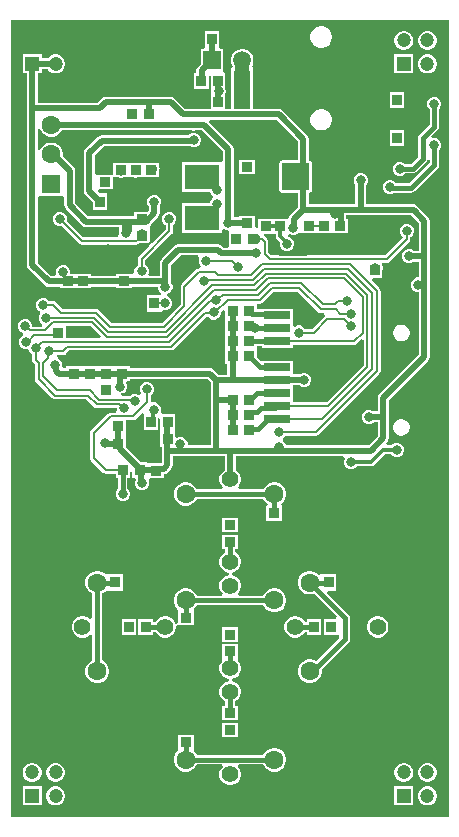
<source format=gbl>
G04*
G04 #@! TF.GenerationSoftware,Altium Limited,Altium Designer,21.3.2 (30)*
G04*
G04 Layer_Physical_Order=2*
G04 Layer_Color=16711680*
%FSTAX24Y24*%
%MOIN*%
G70*
G04*
G04 #@! TF.SameCoordinates,17C352DC-52FB-4B9E-A555-A73132B06FB7*
G04*
G04*
G04 #@! TF.FilePolarity,Positive*
G04*
G01*
G75*
%ADD20R,0.0320X0.0380*%
%ADD21C,0.0118*%
%ADD24R,0.0380X0.0320*%
%ADD73C,0.0256*%
%ADD75O,0.0394X0.0787*%
%ADD85C,0.0080*%
%ADD86C,0.0200*%
%ADD87C,0.0120*%
%ADD88C,0.0070*%
%ADD90C,0.0150*%
%ADD92C,0.0300*%
%ADD93C,0.0472*%
%ADD94R,0.0472X0.0472*%
%ADD95C,0.0551*%
%ADD96C,0.0630*%
%ADD97C,0.0591*%
%ADD98R,0.0591X0.0591*%
%ADD99R,0.0630X0.0630*%
%ADD100C,0.0315*%
%ADD101C,0.0394*%
%ADD102C,0.0236*%
%ADD103R,0.0571X0.1260*%
%ADD104R,0.1181X0.0827*%
%ADD105R,0.0630X0.0708*%
%ADD106R,0.0945X0.0551*%
%ADD107R,0.0630X0.0551*%
%ADD108R,0.0866X0.0275*%
%ADD109C,0.0450*%
G36*
X05165Y01351D02*
X03706D01*
Y04009D01*
X05165D01*
Y01351D01*
D02*
G37*
%LPC*%
G36*
X047447Y039867D02*
X047353D01*
X047263Y039842D01*
X047182Y039796D01*
X047115Y039729D01*
X047069Y039648D01*
X047044Y039558D01*
Y039464D01*
X047069Y039374D01*
X047115Y039293D01*
X047182Y039227D01*
X047263Y03918D01*
X047353Y039156D01*
X047447D01*
X047537Y03918D01*
X047618Y039227D01*
X047685Y039293D01*
X047731Y039374D01*
X047756Y039464D01*
Y039558D01*
X047731Y039648D01*
X047685Y039729D01*
X047618Y039796D01*
X047537Y039842D01*
X047447Y039867D01*
D02*
G37*
G36*
X050984Y039716D02*
X050901D01*
X05082Y039695D01*
X050748Y039653D01*
X050689Y039594D01*
X050648Y039522D01*
X050626Y039442D01*
Y039358D01*
X050648Y039278D01*
X050689Y039206D01*
X050748Y039147D01*
X05082Y039105D01*
X050901Y039084D01*
X050984D01*
X051064Y039105D01*
X051136Y039147D01*
X051195Y039206D01*
X051237Y039278D01*
X051258Y039358D01*
Y039442D01*
X051237Y039522D01*
X051195Y039594D01*
X051136Y039653D01*
X051064Y039695D01*
X050984Y039716D01*
D02*
G37*
G36*
X050196D02*
X050113D01*
X050033Y039695D01*
X049961Y039653D01*
X049902Y039594D01*
X04986Y039522D01*
X049839Y039442D01*
Y039358D01*
X04986Y039278D01*
X049902Y039206D01*
X049961Y039147D01*
X050033Y039105D01*
X050113Y039084D01*
X050196D01*
X050277Y039105D01*
X050349Y039147D01*
X050408Y039206D01*
X050449Y039278D01*
X050471Y039358D01*
Y039442D01*
X050449Y039522D01*
X050408Y039594D01*
X050349Y039653D01*
X050277Y039695D01*
X050196Y039716D01*
D02*
G37*
G36*
X050984Y038929D02*
X050901D01*
X05082Y038907D01*
X050748Y038866D01*
X050689Y038807D01*
X050648Y038735D01*
X050626Y038654D01*
Y038571D01*
X050648Y038491D01*
X050689Y038418D01*
X050748Y03836D01*
X05082Y038318D01*
X050901Y038296D01*
X050984D01*
X051064Y038318D01*
X051136Y03836D01*
X051195Y038418D01*
X051237Y038491D01*
X051258Y038571D01*
Y038654D01*
X051237Y038735D01*
X051195Y038807D01*
X051136Y038866D01*
X051064Y038907D01*
X050984Y038929D01*
D02*
G37*
G36*
X050471D02*
X049839D01*
Y038296D01*
X050471D01*
Y038929D01*
D02*
G37*
G36*
X04401Y03972D02*
X04353D01*
Y03918D01*
X043493Y039115D01*
X043395D01*
Y038624D01*
X043297Y038527D01*
X043258Y038467D01*
X043244Y038397D01*
Y03831D01*
X04317D01*
Y03777D01*
X04365D01*
Y038238D01*
X043673Y038257D01*
X043677Y038258D01*
X04373Y038224D01*
Y03777D01*
X043734D01*
X043743Y037757D01*
Y037663D01*
X043746Y037654D01*
X04373Y03763D01*
X04373D01*
Y037124D01*
X042856D01*
X04251Y03747D01*
X04245Y03751D01*
X04238Y037524D01*
X04023D01*
X04016Y03751D01*
X0401Y03747D01*
X039956Y037325D01*
X037946D01*
Y038296D01*
X038079D01*
Y038429D01*
X038291D01*
X038297Y038418D01*
X038356Y03836D01*
X038428Y038318D01*
X038508Y038296D01*
X038592D01*
X038672Y038318D01*
X038744Y03836D01*
X038803Y038418D01*
X038845Y038491D01*
X038866Y038571D01*
Y038654D01*
X038845Y038735D01*
X038803Y038807D01*
X038744Y038866D01*
X038672Y038907D01*
X038592Y038929D01*
X038508D01*
X038428Y038907D01*
X038356Y038866D01*
X038297Y038807D01*
X038291Y038796D01*
X038079D01*
Y038929D01*
X037446D01*
Y038296D01*
X037579D01*
Y037142D01*
Y031917D01*
X037593Y031847D01*
X037633Y031788D01*
X038186Y031234D01*
X038246Y031195D01*
X038316Y031181D01*
X0387D01*
Y03114D01*
X03974D01*
Y031181D01*
X04057D01*
Y03114D01*
X04111D01*
Y031181D01*
X041973D01*
Y031133D01*
X042009Y031045D01*
X042074Y03098D01*
X042074Y030972D01*
X042056Y0309D01*
X0416D01*
Y03036D01*
X04208D01*
Y030367D01*
X042133Y030403D01*
X042227D01*
X042315Y030439D01*
X042381Y030505D01*
X042417Y030593D01*
Y030687D01*
X042381Y030775D01*
X042315Y030841D01*
X04226Y030864D01*
X042259Y030908D01*
X042268Y030947D01*
X042345Y030979D01*
X042411Y031045D01*
X042447Y031133D01*
Y031227D01*
X042411Y031315D01*
X042394Y031332D01*
Y031914D01*
X042715Y032236D01*
X043295D01*
X043343Y032156D01*
X043323Y032107D01*
Y032013D01*
X043359Y031925D01*
X043401Y031883D01*
X043368Y031803D01*
X04333D01*
X043283Y031793D01*
X043244Y031767D01*
X042758Y031281D01*
X042731Y031242D01*
X042722Y031195D01*
Y030588D01*
X042106Y029972D01*
X040414D01*
X039982Y030404D01*
X039942Y03043D01*
X039895Y03044D01*
X038793D01*
X038557Y030677D01*
X038517Y030703D01*
X03847Y030712D01*
X038346D01*
X038341Y030725D01*
X038275Y030791D01*
X038187Y030827D01*
X038093D01*
X038005Y030791D01*
X037939Y030725D01*
X037903Y030637D01*
Y030543D01*
X037939Y030455D01*
X038005Y030389D01*
X038026Y03038D01*
X038041Y030302D01*
X038031Y030292D01*
X037995Y030205D01*
Y03011D01*
X038031Y030023D01*
X038098Y029956D01*
X038088Y029873D01*
X038077Y029856D01*
X037773D01*
Y029922D01*
X037736Y03001D01*
X03767Y030076D01*
X037582Y030113D01*
X037488D01*
X037401Y030076D01*
X037334Y03001D01*
X037298Y029922D01*
Y029828D01*
X037334Y029741D01*
X037401Y029674D01*
X037456Y029651D01*
Y029564D01*
X037425Y029551D01*
X037359Y029485D01*
X037323Y029397D01*
Y029303D01*
X037359Y029215D01*
X037425Y029149D01*
X037513Y029113D01*
X037607D01*
X037608Y029113D01*
X037653Y029083D01*
X037689Y028995D01*
X037755Y028929D01*
X037768Y028924D01*
Y028749D01*
X037777Y028702D01*
X037803Y028663D01*
X037861Y028605D01*
Y028107D01*
X03787Y02806D01*
X037897Y02802D01*
X038443Y027473D01*
X038483Y027447D01*
X03853Y027438D01*
X039569D01*
X039826Y027181D01*
X039866Y027155D01*
X039912Y027145D01*
X040586D01*
X04061Y027068D01*
X040561Y026995D01*
X040383D01*
X040336Y026986D01*
X040296Y026959D01*
X039733Y026397D01*
X039707Y026357D01*
X039698Y02631D01*
Y02548D01*
X039707Y025433D01*
X039733Y025393D01*
X040133Y024993D01*
X040173Y024967D01*
X04022Y024958D01*
X04055D01*
Y02481D01*
X040629D01*
Y024462D01*
X040583Y024416D01*
X040547Y024328D01*
Y024234D01*
X040583Y024146D01*
X04065Y02408D01*
X040737Y024044D01*
X040832D01*
X040919Y02408D01*
X040986Y024146D01*
X041022Y024234D01*
Y024328D01*
X040986Y024416D01*
X040945Y024456D01*
Y02481D01*
X04103D01*
Y025002D01*
X041101Y02504D01*
X04111Y025033D01*
Y02481D01*
X041187D01*
X04122Y02473D01*
X041203Y024687D01*
Y024593D01*
X041239Y024505D01*
X041305Y024439D01*
X041393Y024403D01*
X041487D01*
X041575Y024439D01*
X041641Y024505D01*
X041677Y024593D01*
Y024687D01*
X041656Y02474D01*
X041699Y024817D01*
X041702Y02482D01*
X04217D01*
Y02494D01*
X042223Y02495D01*
X042283Y02499D01*
X0424Y025107D01*
X04244Y025167D01*
X042454Y025237D01*
Y025541D01*
X044182D01*
Y025076D01*
X044147Y025056D01*
X044081Y02499D01*
X044034Y024909D01*
X04401Y024818D01*
Y024724D01*
X044034Y024634D01*
X044081Y024553D01*
X044117Y024517D01*
X044083Y024437D01*
X043254D01*
X043205Y024522D01*
X043131Y024595D01*
X043041Y024647D01*
X042941Y024674D01*
X042837D01*
X042737Y024647D01*
X042646Y024595D01*
X042573Y024522D01*
X042521Y024432D01*
X042494Y024331D01*
Y024227D01*
X042521Y024127D01*
X042573Y024037D01*
X042646Y023963D01*
X042737Y023911D01*
X042837Y023884D01*
X042941D01*
X043041Y023911D01*
X043131Y023963D01*
X043205Y024037D01*
X043254Y024121D01*
X045477D01*
X045526Y024037D01*
X045599Y023963D01*
X045622Y02395D01*
X0456Y02387D01*
X04557D01*
Y02339D01*
X04611D01*
Y02387D01*
X046083D01*
X046062Y02395D01*
X046084Y023963D01*
X046158Y024037D01*
X04621Y024127D01*
X046237Y024227D01*
Y024331D01*
X04621Y024432D01*
X046158Y024522D01*
X046084Y024595D01*
X045994Y024647D01*
X045894Y024674D01*
X04579D01*
X045689Y024647D01*
X045599Y024595D01*
X045526Y024522D01*
X045477Y024437D01*
X044647D01*
X044614Y024517D01*
X04465Y024553D01*
X044697Y024634D01*
X044721Y024724D01*
Y024818D01*
X044697Y024909D01*
X04465Y02499D01*
X044584Y025056D01*
X044549Y025076D01*
Y025541D01*
X048141D01*
X048185Y025461D01*
X048163Y025407D01*
Y025313D01*
X048199Y025225D01*
X048265Y025159D01*
X048353Y025123D01*
X048447D01*
X048535Y025159D01*
X048593Y025217D01*
X049058D01*
X049058Y025217D01*
X049113Y025228D01*
X049159Y025259D01*
X049515Y025615D01*
X049725D01*
X049784Y025557D01*
X049871Y02552D01*
X049965D01*
X050053Y025557D01*
X05012Y025623D01*
X050156Y025711D01*
Y025805D01*
X05012Y025892D01*
X050053Y025959D01*
X049965Y025995D01*
X049871D01*
X049784Y025959D01*
X049725Y025901D01*
X049608D01*
X049577Y025975D01*
X049603Y026D01*
X049642Y02606D01*
X049656Y02613D01*
Y02686D01*
Y027417D01*
X050965Y028726D01*
X051005Y028785D01*
X051019Y028855D01*
Y03125D01*
X051018Y031255D01*
X051019Y03126D01*
Y03223D01*
Y033395D01*
X051005Y033465D01*
X050965Y033524D01*
X05061Y03388D01*
X05055Y03392D01*
X05048Y033934D01*
X048904D01*
Y034578D01*
X048921Y034595D01*
X048957Y034683D01*
Y034777D01*
X048921Y034865D01*
X048855Y034931D01*
X048767Y034967D01*
X048673D01*
X048585Y034931D01*
X048519Y034865D01*
X048483Y034777D01*
Y034683D01*
X048519Y034595D01*
X048536Y034578D01*
Y033934D01*
X046981D01*
Y034328D01*
X04701D01*
X047041Y034335D01*
X047068Y034352D01*
X047085Y034379D01*
X047092Y03441D01*
Y03532D01*
X047085Y035351D01*
X047068Y035378D01*
X047041Y035395D01*
X04701Y035402D01*
X046981D01*
Y036122D01*
X046967Y036192D01*
X046927Y036252D01*
X046109Y03707D01*
X046049Y03711D01*
X045979Y037124D01*
X045114D01*
Y03847D01*
X045114D01*
X045094Y03855D01*
X04512Y038595D01*
X045145Y038691D01*
Y038789D01*
X04512Y038885D01*
X04507Y03897D01*
X045Y03904D01*
X044915Y03909D01*
X044819Y039115D01*
X044721D01*
X044625Y03909D01*
X04454Y03904D01*
X04447Y03897D01*
X04442Y038885D01*
X044395Y038789D01*
Y038691D01*
X04442Y038595D01*
X044446Y03855D01*
X0444Y03847D01*
X044383D01*
Y037124D01*
X04421D01*
Y03763D01*
X04421D01*
X044206Y037636D01*
X044217Y037663D01*
Y037757D01*
X04421Y037775D01*
Y03831D01*
X044203D01*
X044145Y038365D01*
X044145Y03839D01*
Y039115D01*
X044047D01*
X04401Y03918D01*
Y03972D01*
D02*
G37*
G36*
X05017Y03767D02*
X04969D01*
Y03713D01*
X05017D01*
Y03767D01*
D02*
G37*
G36*
X047447Y037111D02*
X047353D01*
X047263Y037087D01*
X047182Y03704D01*
X047115Y036974D01*
X047069Y036892D01*
X047044Y036802D01*
Y036708D01*
X047069Y036618D01*
X047115Y036537D01*
X047182Y036471D01*
X047263Y036424D01*
X047353Y0364D01*
X047447D01*
X047537Y036424D01*
X047618Y036471D01*
X047685Y036537D01*
X047731Y036618D01*
X047756Y036708D01*
Y036802D01*
X047731Y036892D01*
X047685Y036974D01*
X047618Y03704D01*
X047537Y037087D01*
X047447Y037111D01*
D02*
G37*
G36*
X05017Y03642D02*
X04969D01*
Y03588D01*
X05017D01*
Y03642D01*
D02*
G37*
G36*
X051217Y037517D02*
X051123D01*
X051035Y037481D01*
X050969Y037415D01*
X050932Y037327D01*
Y037233D01*
X050969Y037145D01*
X051012Y037102D01*
Y036593D01*
X050668Y03625D01*
X050634Y036198D01*
X050622Y036138D01*
Y035515D01*
X050385Y035278D01*
X050198D01*
X050155Y035321D01*
X050067Y035357D01*
X049973D01*
X049885Y035321D01*
X049819Y035255D01*
X049783Y035167D01*
Y035073D01*
X049819Y034985D01*
X049885Y034919D01*
X049973Y034883D01*
X050067D01*
X050155Y034919D01*
X050198Y034962D01*
X05045D01*
X05051Y034974D01*
X050562Y035008D01*
X050892Y035338D01*
X050926Y03539D01*
X050932Y035419D01*
X051012Y035411D01*
Y035315D01*
X05034Y034643D01*
X0499D01*
X049898Y034648D01*
X049831Y034715D01*
X049744Y034751D01*
X049649D01*
X049562Y034715D01*
X049495Y034648D01*
X049459Y034561D01*
Y034466D01*
X049495Y034379D01*
X049562Y034312D01*
X049649Y034276D01*
X049744D01*
X049831Y034312D01*
X049846Y034327D01*
X050405D01*
X050466Y034339D01*
X050517Y034374D01*
X051282Y035138D01*
X051316Y035189D01*
X051328Y03525D01*
Y035722D01*
X051371Y035765D01*
X051407Y035853D01*
Y035947D01*
X051371Y036035D01*
X051304Y036101D01*
X051217Y036137D01*
X051123D01*
X051112Y036133D01*
X051066Y036201D01*
X051282Y036416D01*
X051316Y036467D01*
X051328Y036528D01*
Y037102D01*
X051371Y037145D01*
X051407Y037233D01*
Y037327D01*
X051371Y037415D01*
X051304Y037481D01*
X051217Y037517D01*
D02*
G37*
G36*
X050106Y026777D02*
X050034D01*
X049963Y026758D01*
X0499Y026722D01*
X049848Y02667D01*
X049812Y026607D01*
X049793Y026536D01*
Y026464D01*
X049812Y026393D01*
X049848Y02633D01*
X0499Y026278D01*
X049963Y026242D01*
X050034Y026223D01*
X050106D01*
X050177Y026242D01*
X05024Y026278D01*
X050292Y02633D01*
X050328Y026393D01*
X050347Y026464D01*
Y026536D01*
X050328Y026607D01*
X050292Y02667D01*
X05024Y026722D01*
X050177Y026758D01*
X050106Y026777D01*
D02*
G37*
G36*
X044635Y023488D02*
X044095D01*
Y023008D01*
X044635D01*
Y023488D01*
D02*
G37*
G36*
Y022928D02*
X044095D01*
Y022448D01*
X044207D01*
Y022335D01*
X044147Y0223D01*
X044081Y022234D01*
X044034Y022153D01*
X04401Y022062D01*
Y021969D01*
X044034Y021878D01*
X044081Y021797D01*
X044147Y021731D01*
X044228Y021684D01*
X044319Y02166D01*
Y021584D01*
X044228Y021559D01*
X044147Y021512D01*
X044081Y021446D01*
X044034Y021365D01*
X04401Y021275D01*
Y021181D01*
X044034Y021091D01*
X044081Y02101D01*
X044117Y020974D01*
X044083Y020894D01*
X043254D01*
X043205Y020978D01*
X043131Y021052D01*
X043041Y021104D01*
X042941Y021131D01*
X042837D01*
X042737Y021104D01*
X042646Y021052D01*
X042573Y020978D01*
X042521Y020888D01*
X042494Y020788D01*
Y020684D01*
X042521Y020583D01*
X042573Y020493D01*
X0426Y020466D01*
X04262Y020394D01*
X04262Y020394D01*
X04262D01*
X04262Y020394D01*
Y019991D01*
X04262Y019985D01*
X042618Y019965D01*
X04254Y019955D01*
X042531Y019987D01*
X042485Y020068D01*
X042418Y020135D01*
X042337Y020181D01*
X042247Y020206D01*
X042153D01*
X042063Y020181D01*
X041982Y020135D01*
X041915Y020068D01*
X041881Y020008D01*
X04179D01*
Y02012D01*
X04131D01*
Y01958D01*
X04179D01*
Y019692D01*
X041881D01*
X041915Y019632D01*
X041982Y019565D01*
X042063Y019519D01*
X042153Y019494D01*
X042247D01*
X042337Y019519D01*
X042418Y019565D01*
X042485Y019632D01*
X042531Y019713D01*
X042556Y019803D01*
Y019876D01*
X042612Y01991D01*
X042632Y019914D01*
X042674Y019914D01*
X04316D01*
Y020394D01*
X04316Y020394D01*
X04316D01*
X04316Y020394D01*
X043178Y020466D01*
X043205Y020493D01*
X043254Y020578D01*
X045477D01*
X045526Y020493D01*
X045599Y02042D01*
X045689Y020368D01*
X04579Y020341D01*
X045894D01*
X045994Y020368D01*
X046084Y02042D01*
X046158Y020493D01*
X04621Y020583D01*
X046237Y020684D01*
Y020788D01*
X04621Y020888D01*
X046158Y020978D01*
X046084Y021052D01*
X045994Y021104D01*
X045894Y021131D01*
X04579D01*
X045689Y021104D01*
X045599Y021052D01*
X045526Y020978D01*
X045477Y020894D01*
X044647D01*
X044614Y020974D01*
X04465Y02101D01*
X044697Y021091D01*
X044721Y021181D01*
Y021275D01*
X044697Y021365D01*
X04465Y021446D01*
X044584Y021512D01*
X044503Y021559D01*
X044412Y021584D01*
Y02166D01*
X044503Y021684D01*
X044584Y021731D01*
X04465Y021797D01*
X044697Y021878D01*
X044721Y021969D01*
Y022062D01*
X044697Y022153D01*
X04465Y022234D01*
X044584Y0223D01*
X044523Y022335D01*
Y022448D01*
X044635D01*
Y022928D01*
D02*
G37*
G36*
X039988Y021721D02*
X039884D01*
X039784Y021694D01*
X039694Y021642D01*
X03962Y021569D01*
X039568Y021479D01*
X039541Y021378D01*
Y021274D01*
X039568Y021174D01*
X03962Y021084D01*
X039694Y02101D01*
X039778Y020962D01*
Y020132D01*
X039698Y020099D01*
X039662Y020135D01*
X039581Y020181D01*
X039491Y020206D01*
X039397D01*
X039307Y020181D01*
X039226Y020135D01*
X03916Y020068D01*
X039113Y019987D01*
X039088Y019897D01*
Y019803D01*
X039113Y019713D01*
X03916Y019632D01*
X039226Y019565D01*
X039307Y019519D01*
X039397Y019494D01*
X039491D01*
X039581Y019519D01*
X039662Y019565D01*
X039698Y019601D01*
X039778Y019568D01*
Y018738D01*
X039694Y01869D01*
X03962Y018616D01*
X039568Y018526D01*
X039541Y018426D01*
Y018322D01*
X039568Y018221D01*
X03962Y018131D01*
X039694Y018058D01*
X039784Y018006D01*
X039884Y017979D01*
X039988D01*
X040089Y018006D01*
X040179Y018058D01*
X040252Y018131D01*
X040304Y018221D01*
X040331Y018322D01*
Y018426D01*
X040304Y018526D01*
X040252Y018616D01*
X040179Y01869D01*
X040094Y018738D01*
Y020962D01*
X040179Y02101D01*
X040222Y021054D01*
X0403Y02106D01*
Y02106D01*
X04078D01*
Y0216D01*
X0403D01*
X0403Y0216D01*
X04022Y021601D01*
X040179Y021642D01*
X040089Y021694D01*
X039988Y021721D01*
D02*
G37*
G36*
X046578Y020206D02*
X046484D01*
X046393Y020181D01*
X046312Y020135D01*
X046246Y020068D01*
X046199Y019987D01*
X046175Y019897D01*
Y019803D01*
X046199Y019713D01*
X046246Y019632D01*
X046312Y019565D01*
X046393Y019519D01*
X046484Y019494D01*
X046578D01*
X046668Y019519D01*
X046749Y019565D01*
X046815Y019632D01*
X04685Y019692D01*
X04693D01*
Y01958D01*
X04741D01*
Y02012D01*
X04693D01*
Y020008D01*
X04685D01*
X046815Y020068D01*
X046749Y020135D01*
X046668Y020181D01*
X046578Y020206D01*
D02*
G37*
G36*
X04123Y02012D02*
X04075D01*
Y01958D01*
X04123D01*
Y02012D01*
D02*
G37*
G36*
X049333Y020206D02*
X04924D01*
X049149Y020181D01*
X049068Y020135D01*
X049002Y020068D01*
X048955Y019987D01*
X048931Y019897D01*
Y019803D01*
X048955Y019713D01*
X049002Y019632D01*
X049068Y019565D01*
X049149Y019519D01*
X04924Y019494D01*
X049333D01*
X049424Y019519D01*
X049505Y019565D01*
X049571Y019632D01*
X049618Y019713D01*
X049642Y019803D01*
Y019897D01*
X049618Y019987D01*
X049571Y020068D01*
X049505Y020135D01*
X049424Y020181D01*
X049333Y020206D01*
D02*
G37*
G36*
X044635Y01983D02*
X044095D01*
Y01935D01*
X044635D01*
Y01983D01*
D02*
G37*
G36*
Y01927D02*
X044095D01*
Y01879D01*
X044095D01*
X0441Y01871D01*
X044081Y01869D01*
X044034Y018609D01*
X04401Y018519D01*
Y018425D01*
X044034Y018335D01*
X044081Y018254D01*
X044147Y018188D01*
X044228Y018141D01*
X044319Y018116D01*
Y01804D01*
X044228Y018016D01*
X044147Y017969D01*
X044081Y017903D01*
X044034Y017822D01*
X04401Y017731D01*
Y017638D01*
X044034Y017547D01*
X044081Y017466D01*
X044147Y0174D01*
X044207Y017365D01*
Y01722D01*
X044095D01*
Y01674D01*
X044635D01*
Y01722D01*
X044523D01*
Y017365D01*
X044584Y0174D01*
X04465Y017466D01*
X044697Y017547D01*
X044721Y017638D01*
Y017731D01*
X044697Y017822D01*
X04465Y017903D01*
X044584Y017969D01*
X044503Y018016D01*
X044412Y01804D01*
Y018116D01*
X044503Y018141D01*
X044584Y018188D01*
X04465Y018254D01*
X044697Y018335D01*
X044721Y018425D01*
Y018519D01*
X044697Y018609D01*
X04465Y01869D01*
X04463Y01871D01*
X044635Y01879D01*
X044635D01*
Y01927D01*
D02*
G37*
G36*
X047075Y021721D02*
X046971D01*
X04687Y021694D01*
X04678Y021642D01*
X046707Y021569D01*
X046655Y021479D01*
X046628Y021378D01*
Y021274D01*
X046655Y021174D01*
X046707Y021084D01*
X04678Y02101D01*
X04687Y020958D01*
X046971Y020931D01*
X047075D01*
X047169Y020957D01*
X047926Y0202D01*
X047893Y02012D01*
X04749D01*
Y01958D01*
X047962D01*
X04797Y01958D01*
X047984Y019576D01*
X048008Y019487D01*
X047231Y01871D01*
X047175Y018742D01*
X047075Y018769D01*
X046971D01*
X04687Y018742D01*
X04678Y01869D01*
X046707Y018616D01*
X046655Y018526D01*
X046628Y018426D01*
Y018322D01*
X046655Y018221D01*
X046707Y018131D01*
X04678Y018058D01*
X04687Y018006D01*
X046971Y017979D01*
X047075D01*
X047175Y018006D01*
X047265Y018058D01*
X047339Y018131D01*
X047391Y018221D01*
X047418Y018322D01*
Y018426D01*
X047413Y018444D01*
X048312Y019344D01*
X048346Y019395D01*
X048358Y019455D01*
Y020149D01*
X048346Y02021D01*
X048312Y020261D01*
X047587Y020986D01*
X047617Y02106D01*
X04789D01*
Y0216D01*
X04741D01*
Y0216D01*
X047339Y021579D01*
X04733Y021578D01*
X047265Y021642D01*
X047175Y021694D01*
X047075Y021721D01*
D02*
G37*
G36*
X044635Y01666D02*
X044095D01*
Y01618D01*
X044635D01*
Y01666D01*
D02*
G37*
G36*
X04316Y01626D02*
X04262D01*
Y01578D01*
X04262Y01578D01*
X04262D01*
X042613Y015703D01*
X042573Y015663D01*
X042521Y015573D01*
X042494Y015473D01*
Y015369D01*
X042521Y015268D01*
X042573Y015178D01*
X042646Y015105D01*
X042737Y015053D01*
X042837Y015026D01*
X042941D01*
X043041Y015053D01*
X043131Y015105D01*
X043205Y015178D01*
X043254Y015263D01*
X044083D01*
X044117Y015183D01*
X044081Y015147D01*
X044034Y015066D01*
X04401Y014976D01*
Y014882D01*
X044034Y014791D01*
X044081Y01471D01*
X044147Y014644D01*
X044228Y014597D01*
X044319Y014573D01*
X044412D01*
X044503Y014597D01*
X044584Y014644D01*
X04465Y01471D01*
X044697Y014791D01*
X044721Y014882D01*
Y014976D01*
X044697Y015066D01*
X04465Y015147D01*
X044614Y015183D01*
X044647Y015263D01*
X045477D01*
X045526Y015178D01*
X045599Y015105D01*
X045689Y015053D01*
X04579Y015026D01*
X045894D01*
X045994Y015053D01*
X046084Y015105D01*
X046158Y015178D01*
X04621Y015268D01*
X046237Y015369D01*
Y015473D01*
X04621Y015573D01*
X046158Y015663D01*
X046084Y015737D01*
X045994Y015789D01*
X045894Y015816D01*
X04579D01*
X045689Y015789D01*
X045599Y015737D01*
X045526Y015663D01*
X045477Y015579D01*
X043254D01*
X043205Y015663D01*
X043166Y015702D01*
X04316Y01578D01*
X04316D01*
Y01626D01*
D02*
G37*
G36*
X050984Y015316D02*
X050901D01*
X05082Y015295D01*
X050748Y015253D01*
X050689Y015194D01*
X050648Y015122D01*
X050626Y015042D01*
Y014958D01*
X050648Y014878D01*
X050689Y014806D01*
X050748Y014747D01*
X05082Y014705D01*
X050901Y014684D01*
X050984D01*
X051064Y014705D01*
X051136Y014747D01*
X051195Y014806D01*
X051237Y014878D01*
X051258Y014958D01*
Y015042D01*
X051237Y015122D01*
X051195Y015194D01*
X051136Y015253D01*
X051064Y015295D01*
X050984Y015316D01*
D02*
G37*
G36*
X050196D02*
X050113D01*
X050033Y015295D01*
X049961Y015253D01*
X049902Y015194D01*
X04986Y015122D01*
X049839Y015042D01*
Y014958D01*
X04986Y014878D01*
X049902Y014806D01*
X049961Y014747D01*
X050033Y014705D01*
X050113Y014684D01*
X050196D01*
X050277Y014705D01*
X050349Y014747D01*
X050408Y014806D01*
X050449Y014878D01*
X050471Y014958D01*
Y015042D01*
X050449Y015122D01*
X050408Y015194D01*
X050349Y015253D01*
X050277Y015295D01*
X050196Y015316D01*
D02*
G37*
G36*
X038592D02*
X038508D01*
X038428Y015295D01*
X038356Y015253D01*
X038297Y015194D01*
X038255Y015122D01*
X038234Y015042D01*
Y014958D01*
X038255Y014878D01*
X038297Y014806D01*
X038356Y014747D01*
X038428Y014705D01*
X038508Y014684D01*
X038592D01*
X038672Y014705D01*
X038744Y014747D01*
X038803Y014806D01*
X038845Y014878D01*
X038866Y014958D01*
Y015042D01*
X038845Y015122D01*
X038803Y015194D01*
X038744Y015253D01*
X038672Y015295D01*
X038592Y015316D01*
D02*
G37*
G36*
X037804D02*
X037721D01*
X037641Y015295D01*
X037568Y015253D01*
X03751Y015194D01*
X037468Y015122D01*
X037446Y015042D01*
Y014958D01*
X037468Y014878D01*
X03751Y014806D01*
X037568Y014747D01*
X037641Y014705D01*
X037721Y014684D01*
X037804D01*
X037885Y014705D01*
X037957Y014747D01*
X038016Y014806D01*
X038057Y014878D01*
X038079Y014958D01*
Y015042D01*
X038057Y015122D01*
X038016Y015194D01*
X037957Y015253D01*
X037885Y015295D01*
X037804Y015316D01*
D02*
G37*
G36*
X050984Y014529D02*
X050901D01*
X05082Y014507D01*
X050748Y014466D01*
X050689Y014407D01*
X050648Y014335D01*
X050626Y014254D01*
Y014171D01*
X050648Y014091D01*
X050689Y014018D01*
X050748Y01396D01*
X05082Y013918D01*
X050901Y013896D01*
X050984D01*
X051064Y013918D01*
X051136Y01396D01*
X051195Y014018D01*
X051237Y014091D01*
X051258Y014171D01*
Y014254D01*
X051237Y014335D01*
X051195Y014407D01*
X051136Y014466D01*
X051064Y014507D01*
X050984Y014529D01*
D02*
G37*
G36*
X050471D02*
X049839D01*
Y013896D01*
X050471D01*
Y014529D01*
D02*
G37*
G36*
X038592D02*
X038508D01*
X038428Y014507D01*
X038356Y014466D01*
X038297Y014407D01*
X038255Y014335D01*
X038234Y014254D01*
Y014171D01*
X038255Y014091D01*
X038297Y014018D01*
X038356Y01396D01*
X038428Y013918D01*
X038508Y013896D01*
X038592D01*
X038672Y013918D01*
X038744Y01396D01*
X038803Y014018D01*
X038845Y014091D01*
X038866Y014171D01*
Y014254D01*
X038845Y014335D01*
X038803Y014407D01*
X038744Y014466D01*
X038672Y014507D01*
X038592Y014529D01*
D02*
G37*
G36*
X038079D02*
X037446D01*
Y013896D01*
X038079D01*
Y014529D01*
D02*
G37*
%LPD*%
G36*
X04701Y03441D02*
X04609D01*
Y03532D01*
X04701D01*
Y03441D01*
D02*
G37*
G36*
X046613Y036046D02*
Y035402D01*
X04609D01*
X046059Y035395D01*
X046032Y035378D01*
X046015Y035351D01*
X046008Y03532D01*
Y03441D01*
X046015Y034379D01*
X046032Y034352D01*
X046059Y034335D01*
X04609Y034328D01*
X046613D01*
Y033826D01*
X046362Y033575D01*
X046322Y033515D01*
X046308Y033445D01*
Y03344D01*
X0453D01*
Y033137D01*
X04529Y033129D01*
X04521Y033165D01*
Y03355D01*
X04467D01*
Y033499D01*
X044484D01*
Y035783D01*
X04447Y035853D01*
X04443Y035913D01*
X043666Y036676D01*
X043699Y036756D01*
X045903D01*
X046613Y036046D01*
D02*
G37*
G36*
X038756Y034221D02*
X038795Y034221D01*
X038836Y034158D01*
Y0339D01*
X03885Y03383D01*
X03889Y03377D01*
X03943Y03323D01*
X03949Y03319D01*
X03956Y033176D01*
X04066D01*
Y03293D01*
X04066D01*
X040645Y032856D01*
X040631Y032835D01*
X039478D01*
X038922Y033391D01*
X038927Y033403D01*
Y033497D01*
X038891Y033585D01*
X038825Y033651D01*
X038737Y033687D01*
X038643D01*
X038555Y033651D01*
X038489Y033585D01*
X038453Y033497D01*
Y033403D01*
X038489Y033315D01*
X038555Y033249D01*
X038643Y033213D01*
X038737D01*
X038749Y033218D01*
X039341Y032626D01*
X039381Y032599D01*
X039427Y03259D01*
X041223D01*
X04127Y032599D01*
X04131Y032626D01*
X041314Y03263D01*
X041645D01*
X041678Y03255D01*
X041328Y032199D01*
X041301Y03216D01*
X041292Y032113D01*
Y031908D01*
X04128Y031903D01*
X041213Y031836D01*
X041177Y031749D01*
Y031654D01*
X04111Y03162D01*
X04057D01*
Y031548D01*
X03974D01*
Y03162D01*
X039046D01*
X039037Y031633D01*
Y031727D01*
X039001Y031815D01*
X038935Y031881D01*
X038847Y031917D01*
X038753D01*
X038665Y031881D01*
X038599Y031815D01*
X038563Y031727D01*
Y031633D01*
X03857Y031614D01*
X038526Y031548D01*
X038392D01*
X037946Y031993D01*
Y03417D01*
X038005Y034221D01*
X038026Y034221D01*
X038756D01*
D02*
G37*
G36*
X038032Y036432D02*
X038084Y036342D01*
X038157Y036268D01*
X038248Y036216D01*
X038348Y036189D01*
X038452D01*
X038552Y036216D01*
X038643Y036268D01*
X038716Y036342D01*
X038748Y036396D01*
X0431D01*
X043103Y036317D01*
X043015Y036281D01*
X042971Y036236D01*
X040083D01*
X040013Y036222D01*
X039953Y036183D01*
X03954Y03577D01*
X0395Y03571D01*
X039486Y03564D01*
Y034389D01*
X0395Y034319D01*
X03954Y03426D01*
X039783Y034017D01*
Y033757D01*
X040263D01*
Y033975D01*
X040263Y033976D01*
Y03407D01*
X040263Y03407D01*
Y034297D01*
X040022D01*
X039959Y03436D01*
X039992Y03444D01*
X04045D01*
Y034829D01*
X040642D01*
X040683Y034813D01*
X040777D01*
X040818Y034829D01*
X041165D01*
X041173Y034826D01*
X041267D01*
X041275Y034829D01*
X04201D01*
Y035111D01*
X042014Y035129D01*
X04201Y035147D01*
Y035309D01*
X041848D01*
X04183Y035313D01*
X041812Y035309D01*
X04045D01*
Y03492D01*
X039934D01*
X03991Y03492D01*
X039854Y034977D01*
Y035564D01*
X040159Y035869D01*
X043038D01*
X043103Y035843D01*
X043197D01*
X043285Y035879D01*
X043351Y035945D01*
X043387Y036033D01*
Y036127D01*
X043351Y036215D01*
X043285Y036281D01*
X043197Y036317D01*
X0432Y036396D01*
X043427D01*
X044116Y035707D01*
Y035412D01*
X044091Y035342D01*
X042749D01*
Y034356D01*
X043707D01*
Y034354D01*
X043743Y034267D01*
X043777Y034233D01*
X043801Y034181D01*
X043777Y034128D01*
X043743Y034095D01*
X043707Y034008D01*
Y033964D01*
X042749D01*
Y032978D01*
X044091D01*
Y03308D01*
X044165Y033119D01*
X044253Y033083D01*
X044259D01*
X04433Y03306D01*
X04433Y033003D01*
X04433Y03252D01*
X044261Y032494D01*
X044135D01*
X04408Y032549D01*
X04402Y032589D01*
X04395Y032603D01*
X042639D01*
X042569Y032589D01*
X042509Y032549D01*
X04208Y03212D01*
X04204Y03206D01*
X042026Y03199D01*
Y031548D01*
X041694D01*
X04164Y031628D01*
X041652Y031654D01*
Y031749D01*
X041615Y031836D01*
X041549Y031903D01*
X041536Y031908D01*
Y032062D01*
X042427Y032952D01*
X042453Y032992D01*
X042462Y033039D01*
Y033244D01*
X042475Y033249D01*
X042541Y033315D01*
X042577Y033403D01*
Y033497D01*
X042541Y033585D01*
X042475Y033651D01*
X042387Y033687D01*
X042293D01*
X042205Y033651D01*
X042139Y033585D01*
X042103Y033497D01*
Y033403D01*
X042139Y033315D01*
X042205Y033249D01*
X042218Y033244D01*
Y033089D01*
X04177Y032642D01*
X04169Y032675D01*
Y03311D01*
X04169D01*
Y03319D01*
D01*
X041718Y033258D01*
X041967Y033508D01*
X042007Y033567D01*
X042021Y033638D01*
Y033865D01*
X042041Y033885D01*
X042077Y033973D01*
Y034067D01*
X042041Y034155D01*
X041975Y034221D01*
X041887Y034257D01*
X041793D01*
X041705Y034221D01*
X041639Y034155D01*
X041603Y034067D01*
Y033973D01*
X041639Y033885D01*
X041654Y03387D01*
Y033714D01*
X04161Y03367D01*
X04115D01*
Y033544D01*
X039636D01*
X039204Y033976D01*
Y03505D01*
X03919Y03512D01*
X03915Y03518D01*
X038792Y035537D01*
X038795Y035548D01*
Y035652D01*
X038768Y035752D01*
X038716Y035843D01*
X038643Y035916D01*
X038552Y035968D01*
X038452Y035995D01*
X038348D01*
X038248Y035968D01*
X038157Y035916D01*
X038084Y035843D01*
X038032Y035752D01*
X038026Y035731D01*
X037946Y035741D01*
Y036443D01*
X038026Y036454D01*
X038032Y036432D01*
D02*
G37*
G36*
X050652Y033319D02*
Y032384D01*
X050492D01*
X050475Y032401D01*
X050387Y032437D01*
X050293D01*
X050205Y032401D01*
X050139Y032335D01*
X050103Y032247D01*
Y032153D01*
X050139Y032065D01*
X050205Y031999D01*
X050293Y031963D01*
X050387D01*
X050475Y031999D01*
X050492Y032016D01*
X050652D01*
Y031497D01*
X050583D01*
X050495Y031461D01*
X050429Y031395D01*
X050393Y031307D01*
Y031213D01*
X050429Y031125D01*
X050495Y031059D01*
X050583Y031023D01*
X050652D01*
Y028931D01*
X049343Y027623D01*
X049303Y027563D01*
X049289Y027493D01*
Y027044D01*
X049132D01*
X049125Y027051D01*
X049037Y027087D01*
X048943D01*
X048855Y027051D01*
X048789Y026985D01*
X048753Y026897D01*
Y026803D01*
X048789Y026715D01*
X048855Y026649D01*
X048943Y026613D01*
X049037D01*
X049125Y026649D01*
X049152Y026676D01*
X049289D01*
Y026206D01*
X048991Y025908D01*
X046233D01*
X046201Y025985D01*
X046135Y026051D01*
X046122Y026057D01*
Y026143D01*
X046135Y026149D01*
X046201Y026215D01*
X046203Y02622D01*
X047222D01*
X047269Y026229D01*
X047309Y026255D01*
X049345Y028292D01*
X049372Y028331D01*
X049381Y028378D01*
Y031048D01*
X049372Y031095D01*
X049345Y031135D01*
X049084Y031396D01*
X049115Y03147D01*
X04944D01*
Y031754D01*
X049447Y031772D01*
Y031867D01*
X04944Y031885D01*
Y031985D01*
X049589D01*
X049636Y031994D01*
X049675Y032021D01*
X050337Y032682D01*
X050363Y032722D01*
X050372Y032768D01*
Y032844D01*
X050385Y032849D01*
X050451Y032916D01*
X050487Y033003D01*
Y033098D01*
X050451Y033185D01*
X050385Y033252D01*
X050297Y033288D01*
X050203D01*
X050115Y033252D01*
X050049Y033185D01*
X050013Y033098D01*
Y033003D01*
X050049Y032916D01*
X050115Y032849D01*
X050084Y032776D01*
X049538Y03223D01*
X045744D01*
X045634Y03234D01*
Y032695D01*
X045625Y032742D01*
X045598Y032782D01*
X045517Y032863D01*
X045492Y03288D01*
X0455Y032948D01*
X045505Y03296D01*
X045897D01*
Y032863D01*
X045897Y032863D01*
X045908Y032808D01*
X045939Y032762D01*
X046036Y032665D01*
Y032572D01*
X046072Y032485D01*
X046139Y032418D01*
X046226Y032382D01*
X046321D01*
X046408Y032418D01*
X046475Y032485D01*
X046511Y032572D01*
Y032666D01*
X046475Y032754D01*
X046408Y03282D01*
X046321Y032857D01*
X046302D01*
X046286Y032879D01*
X046293Y032906D01*
X046333Y032953D01*
X046382Y03294D01*
X046423Y032923D01*
X046517D01*
X046605Y032959D01*
X04663Y032984D01*
X04671Y03298D01*
X04671Y03298D01*
X0483D01*
Y03346D01*
X048244D01*
Y033566D01*
X050404D01*
X050652Y033319D01*
D02*
G37*
G36*
X04421Y030392D02*
Y03012D01*
Y029621D01*
Y029123D01*
Y028624D01*
X044266D01*
Y028258D01*
X043977D01*
X043814Y028422D01*
X043754Y028462D01*
X043684Y028476D01*
X041042D01*
Y028532D01*
X040502D01*
Y028532D01*
X0405Y02853D01*
X039974D01*
Y028532D01*
X0389D01*
Y028476D01*
X038812D01*
X038767Y028542D01*
X038767Y028543D01*
Y028637D01*
X038731Y028725D01*
X038665Y028791D01*
X038635Y028804D01*
X038603Y028901D01*
X038614Y028918D01*
X0388D01*
X038847Y028927D01*
X038886Y028953D01*
X038995Y029062D01*
X0424D01*
X042447Y029072D01*
X042487Y029098D01*
X043573Y030184D01*
X04363D01*
X043685Y030129D01*
X043773Y030093D01*
X043867D01*
X043955Y030129D01*
X044021Y030195D01*
X044057Y030283D01*
Y030344D01*
X044136Y030423D01*
X04421Y030392D01*
D02*
G37*
G36*
X047305Y030343D02*
X047344Y030317D01*
X047391Y030308D01*
X047499D01*
X04751Y030294D01*
X047523Y030207D01*
X047099Y029782D01*
X046876D01*
X046871Y029795D01*
X046805Y029861D01*
X046717Y029897D01*
X046623D01*
X046535Y029861D01*
X046529Y029855D01*
X046449Y029888D01*
Y030458D01*
X045423D01*
Y030444D01*
X04525D01*
Y030627D01*
X04537D01*
X045417Y030636D01*
X045457Y030663D01*
X045819Y031025D01*
X046623D01*
X047305Y030343D01*
D02*
G37*
G36*
X040046Y029541D02*
X040015Y029467D01*
X038882D01*
Y029875D01*
X039712D01*
X040046Y029541D01*
D02*
G37*
G36*
X048816Y029417D02*
Y028561D01*
X047586Y027331D01*
X046449D01*
Y027899D01*
X046685D01*
X046695Y027889D01*
X046783Y027853D01*
X046877D01*
X046965Y027889D01*
X047031Y027955D01*
X047067Y028043D01*
Y028137D01*
X047031Y028225D01*
X046965Y028291D01*
X046877Y028327D01*
X046783D01*
X046695Y028291D01*
X04667Y028266D01*
X046449D01*
Y028725D01*
X045423D01*
Y028725D01*
X045387Y02871D01*
X04525Y028847D01*
Y029216D01*
X045423D01*
Y029156D01*
X046449D01*
Y029251D01*
X048495D01*
X048542Y029261D01*
X048582Y029287D01*
X048742Y029448D01*
X048816Y029417D01*
D02*
G37*
G36*
X043718Y027999D02*
Y0274D01*
Y025908D01*
X042947D01*
Y025997D01*
X042911Y026085D01*
X042845Y026151D01*
X042757Y026187D01*
X042663D01*
X0426Y026161D01*
X04252Y0262D01*
Y02638D01*
X04252D01*
Y0264D01*
X04252D01*
Y02694D01*
X042102D01*
X042049Y02702D01*
X042059Y027045D01*
Y02714D01*
X042023Y027227D01*
X041956Y027294D01*
X041869Y02733D01*
X041775D01*
X041712Y027391D01*
Y027564D01*
X041725Y027569D01*
X041791Y027635D01*
X041827Y027723D01*
Y027817D01*
X041791Y027905D01*
X041725Y027971D01*
X041637Y028007D01*
X041543D01*
X041455Y027971D01*
X041389Y027905D01*
X041353Y027817D01*
Y027723D01*
X041389Y027635D01*
X041328Y02759D01*
X041327Y027591D01*
X04124Y027627D01*
X041145D01*
X041058Y027591D01*
X041017Y02755D01*
X040761D01*
X040745Y02763D01*
X040815Y027659D01*
X040881Y027725D01*
X040917Y027813D01*
Y027907D01*
X040891Y027972D01*
X04092Y028035D01*
X040937Y028052D01*
X041042D01*
Y028109D01*
X043608D01*
X043718Y027999D01*
D02*
G37*
G36*
X04148Y026934D02*
Y0264D01*
X04196D01*
Y026823D01*
X04204Y02678D01*
Y0264D01*
X04204D01*
Y02638D01*
X04204D01*
Y02584D01*
X042086D01*
Y025313D01*
X042077Y025304D01*
X04196D01*
X041942Y0253D01*
X04163D01*
X04159Y02535D01*
Y02535D01*
X04139D01*
X040884Y025857D01*
Y02589D01*
X04088Y025908D01*
Y02622D01*
X04088D01*
Y02629D01*
X04088D01*
Y02675D01*
X041133D01*
X041179Y026759D01*
X041219Y026786D01*
X041419Y026986D01*
X04148Y026934D01*
D02*
G37*
%LPC*%
G36*
X04521Y03542D02*
X04467D01*
Y03494D01*
X04521D01*
Y03542D01*
D02*
G37*
G36*
X050106Y029926D02*
X050034D01*
X049963Y029907D01*
X0499Y029871D01*
X049848Y029819D01*
X049812Y029756D01*
X049793Y029686D01*
Y029613D01*
X049812Y029543D01*
X049848Y02948D01*
X0499Y029428D01*
X049963Y029392D01*
X050034Y029373D01*
X050106D01*
X050177Y029392D01*
X05024Y029428D01*
X050292Y02948D01*
X050328Y029543D01*
X050347Y029613D01*
Y029686D01*
X050328Y029756D01*
X050292Y029819D01*
X05024Y029871D01*
X050177Y029907D01*
X050106Y029926D01*
D02*
G37*
%LPD*%
D20*
X04341Y03804D02*
D03*
X04397D02*
D03*
X04457Y03279D02*
D03*
X04513D02*
D03*
X04445Y028894D02*
D03*
X04501D02*
D03*
X04397Y03736D02*
D03*
X04341D02*
D03*
X04765Y02133D02*
D03*
X04821D02*
D03*
X04054D02*
D03*
X0411D02*
D03*
X04501Y027397D02*
D03*
X04445D02*
D03*
Y029392D02*
D03*
X04501D02*
D03*
X04445Y03039D02*
D03*
X04501D02*
D03*
X04445Y029891D02*
D03*
X04501D02*
D03*
X04064Y02656D02*
D03*
X0412D02*
D03*
X04064Y02595D02*
D03*
X0412D02*
D03*
X04228Y02611D02*
D03*
X04172D02*
D03*
X039202Y029655D02*
D03*
X038642D02*
D03*
X04128Y03063D02*
D03*
X04184D02*
D03*
X040583Y034027D02*
D03*
X040023D02*
D03*
X04377Y03945D02*
D03*
X04433D02*
D03*
X04976Y03174D02*
D03*
X0492D02*
D03*
X04445Y0264D02*
D03*
X04501D02*
D03*
X04445Y026899D02*
D03*
X04501D02*
D03*
X04079Y02508D02*
D03*
X04135D02*
D03*
X04172Y02667D02*
D03*
X04228D02*
D03*
X04773Y01985D02*
D03*
X04717D02*
D03*
X04155D02*
D03*
X04099D02*
D03*
X04993Y03615D02*
D03*
X04937D02*
D03*
X04993Y0374D02*
D03*
X04937D02*
D03*
X04167Y03696D02*
D03*
X04111D02*
D03*
D21*
X04132Y034224D02*
D03*
X041119Y034033D02*
D03*
X040926Y034224D02*
D03*
X04132Y03383D02*
D03*
X040926D02*
D03*
D24*
X04494Y03518D02*
D03*
Y03462D02*
D03*
Y03331D02*
D03*
Y03387D02*
D03*
X04604Y03376D02*
D03*
Y0332D02*
D03*
X04557Y03376D02*
D03*
Y0332D02*
D03*
X04093Y03373D02*
D03*
Y03317D02*
D03*
X04142Y03343D02*
D03*
Y03287D02*
D03*
X041223Y034509D02*
D03*
Y035069D02*
D03*
X04289Y01602D02*
D03*
Y01658D02*
D03*
Y020154D02*
D03*
Y019594D02*
D03*
X04584Y02363D02*
D03*
Y02307D02*
D03*
X0419Y02506D02*
D03*
Y02562D02*
D03*
X03917Y028292D02*
D03*
Y028852D02*
D03*
X039704Y028292D02*
D03*
Y028852D02*
D03*
X04023Y02829D02*
D03*
Y02773D02*
D03*
X040772Y028292D02*
D03*
Y028852D02*
D03*
X03897Y03138D02*
D03*
Y03082D02*
D03*
X03947Y03138D02*
D03*
Y03082D02*
D03*
X04084Y03138D02*
D03*
Y03082D02*
D03*
X04018Y03468D02*
D03*
Y03524D02*
D03*
X04072Y035069D02*
D03*
Y034509D02*
D03*
X04174D02*
D03*
Y035069D02*
D03*
X04698Y03266D02*
D03*
Y03322D02*
D03*
X047505Y03266D02*
D03*
Y03322D02*
D03*
X04803Y03266D02*
D03*
Y03322D02*
D03*
X044365Y022688D02*
D03*
Y023248D02*
D03*
Y01959D02*
D03*
Y01903D02*
D03*
Y01642D02*
D03*
Y01698D02*
D03*
D73*
X042288Y038114D02*
D03*
X040012D02*
D03*
D75*
X039449Y039563D02*
D03*
Y037917D02*
D03*
X042851Y039563D02*
D03*
Y037917D02*
D03*
D85*
X042333Y029345D02*
X043703Y030715D01*
X042269Y029513D02*
X043825Y031069D01*
X040297Y02969D02*
X042219D01*
X042269Y029509D02*
Y029513D01*
X042219Y02969D02*
X04376Y03123D01*
X042845Y030542D02*
Y031195D01*
X042152Y02985D02*
X042845Y030542D01*
X040363Y02985D02*
X042152D01*
X04501Y02989D02*
X045115D01*
X04376Y03123D02*
X045173D01*
X040251Y029509D02*
X042269D01*
X043862Y030715D02*
X043899Y030751D01*
X043825Y031069D02*
X045238D01*
X043703Y030715D02*
X043862D01*
X042944Y03635D02*
X042951Y036357D01*
X043265D02*
X043313Y03631D01*
X04263Y03635D02*
X042944D01*
X042951Y036357D02*
X043265D01*
X04137Y0323D02*
X04187Y0328D01*
Y03288D01*
X04116Y0323D02*
X04137D01*
X0388Y02904D02*
X038944Y029185D01*
X0424D01*
X03814Y03059D02*
X03847D01*
X03789Y02913D02*
X038105Y029345D01*
X0424Y029185D02*
X043522Y030307D01*
X039829Y030157D02*
X040297Y02969D01*
X039895Y030317D02*
X040363Y02985D01*
X038465Y029997D02*
X039763D01*
X038105Y029345D02*
X042333D01*
X038233Y030157D02*
X039829D01*
X038743Y030317D02*
X039895D01*
X03847Y03059D02*
X038743Y030317D01*
X039763Y029997D02*
X040251Y029509D01*
X04185Y03064D02*
X04218D01*
X04184Y03063D02*
X04185Y03064D01*
X046071Y026342D02*
X047222D01*
X049259Y028378D01*
X045512Y032289D02*
Y032695D01*
X045233Y032776D02*
X045431D01*
X045512Y032695D01*
X045233Y032776D02*
Y03279D01*
X04513D02*
X045233D01*
X04443Y03206D02*
X044633Y031857D01*
X04356Y03206D02*
X04443D01*
X045512Y032289D02*
X045693Y032107D01*
X049589D01*
X045136Y03142D02*
X045503Y031787D01*
X04333Y03168D02*
X043858D01*
X0435Y03138D02*
X04354Y03142D01*
X04507Y03158D02*
X045437Y031947D01*
X042845Y031195D02*
X04333Y03168D01*
X04354Y03142D02*
X045136D01*
X043958Y03158D02*
X04507D01*
X043858Y03168D02*
X043958Y03158D01*
X05025Y032768D02*
Y033051D01*
X049589Y032107D02*
X05025Y032768D01*
X0475Y03322D02*
X047505D01*
X04698D02*
X047505D01*
X045437Y031947D02*
X04836D01*
X045503Y031787D02*
X04829D01*
X048158Y031467D02*
X048779Y030847D01*
X048224Y031627D02*
X048939Y030913D01*
X045636Y031467D02*
X048158D01*
X04557Y031627D02*
X048224D01*
X04836Y031947D02*
X049259Y031048D01*
X04829Y031787D02*
X049099Y030979D01*
X045238Y031069D02*
X045636Y031467D01*
X045173Y03123D02*
X04557Y031627D01*
X045115Y02989D02*
X045186Y029819D01*
X043522Y030307D02*
X043797D01*
X04382Y03033D01*
X04234Y033039D02*
Y03345D01*
X041414Y031702D02*
Y032113D01*
X04234Y033039D01*
X04142Y03287D02*
Y032937D01*
X04143Y032947D01*
X0413Y03275D02*
X04142Y03287D01*
X041261Y03275D02*
X0413D01*
X041223Y032713D02*
X041261Y03275D01*
X039427Y032713D02*
X041223D01*
X03869Y03345D02*
X039427Y032713D01*
X044289Y030749D02*
X04537D01*
X04387Y03033D02*
X044289Y030749D01*
X04382Y03033D02*
X04387D01*
X043899Y03081D02*
X043913Y030796D01*
X043899Y030751D02*
Y03081D01*
X044121Y030909D02*
X045304D01*
X043913Y030796D02*
X044007D01*
X044121Y030909D01*
X039912Y027268D02*
X040676D01*
X03962Y02756D02*
X039912Y027268D01*
X040676D02*
X040793Y02715D01*
X04084D01*
X04501Y027397D02*
Y027427D01*
X040783Y025073D02*
X04079Y02508D01*
X042889Y019593D02*
X04289Y019594D01*
X042889Y018964D02*
Y019593D01*
X04715Y02966D02*
X04761Y03012D01*
X04667Y02966D02*
X04715D01*
X04068Y0282D02*
X040772Y028292D01*
X049259Y028378D02*
Y031048D01*
X045936Y027208D02*
X047637D01*
X048939Y028511D01*
X049099Y028444D02*
Y030979D01*
X04744Y026786D02*
X049099Y028444D01*
X045946Y026786D02*
X04744D01*
X048939Y028511D02*
Y030913D01*
X04537Y030749D02*
X045768Y031147D01*
X046674D01*
X045304Y030909D02*
X045702Y031307D01*
X04674D01*
X040212Y027678D02*
X040232Y027698D01*
X048495Y029374D02*
X048779Y029657D01*
Y030847D01*
X037983Y028107D02*
Y028656D01*
X03789Y028749D02*
Y02913D01*
Y028749D02*
X037983Y028656D01*
Y028107D02*
X03853Y02756D01*
X037535Y029875D02*
X037558D01*
X0377Y029733D02*
X038201D01*
X037558Y029875D02*
X0377Y029733D01*
X038201D02*
X038465Y029997D01*
X037842Y029568D02*
X038556D01*
X037624Y02935D02*
X037842Y029568D01*
X038556D02*
X038642Y029655D01*
X047391Y03043D02*
X04788D01*
X046674Y031147D02*
X047391Y03043D01*
X047447Y0306D02*
X04785D01*
X04674Y031307D02*
X047447Y0306D01*
X048407Y03028D02*
X04841Y030277D01*
X04803Y03028D02*
X048407D01*
X04788Y03043D02*
X04803Y03028D01*
X04815Y03012D02*
X04839Y02988D01*
X04761Y03012D02*
X04815D01*
X04785Y0306D02*
X04797Y03072D01*
X04827D01*
X045936Y029374D02*
X048495D01*
X045641Y026776D02*
X045936D01*
X045946Y026786D01*
X04501Y029392D02*
X045029Y029374D01*
X04022Y02508D02*
X04079D01*
X03982Y02548D02*
X04022Y02508D01*
X03982Y02548D02*
Y02631D01*
X040383Y026873D02*
X041133D01*
X03982Y02631D02*
X040383Y026873D01*
X041133D02*
X04159Y02733D01*
Y02777D01*
X041154Y027428D02*
X041192Y027389D01*
X039993Y027428D02*
X041154D01*
X03969Y02773D02*
X039993Y027428D01*
X038143Y028197D02*
X03861Y02773D01*
X038143Y028197D02*
Y028645D01*
X03831Y028812D01*
Y02902D01*
X03833Y02904D01*
X03861Y02773D02*
X03969D01*
X03853Y02756D02*
X03962D01*
X03833Y02904D02*
X0388D01*
X03756Y02935D02*
X037624D01*
D86*
X043503Y03658D02*
X0443Y035783D01*
X038404Y03658D02*
X043503D01*
X0384Y036584D02*
X038404Y03658D01*
X043128Y036058D02*
X04315Y03608D01*
X040083Y036053D02*
X043042D01*
X043047Y036058D02*
X043128D01*
X043042Y036053D02*
X043047Y036058D01*
X04221Y03118D02*
Y03143D01*
X038316Y031364D02*
X042144D01*
X037763Y031917D02*
X038316Y031364D01*
X039704Y028292D02*
X040772D01*
X04227Y02576D02*
Y02666D01*
X04278Y03694D02*
X045979D01*
X046797Y03375D02*
Y036122D01*
X045979Y03694D02*
X046797Y036122D01*
X044835Y033315D02*
X04484Y03331D01*
X04433Y033315D02*
X044835D01*
X0443Y03332D02*
Y035783D01*
X049067Y025724D02*
X049473Y02613D01*
X044365Y025724D02*
X049067D01*
X049473Y02613D02*
Y02686D01*
X044059Y03231D02*
X04522D01*
X04395Y032419D02*
X044059Y03231D01*
X042639Y032419D02*
X04395D01*
X04221Y03199D02*
X042639Y032419D01*
X042306Y025724D02*
X043901D01*
X04806Y03325D02*
Y03375D01*
X046797D02*
X04806D01*
X050835Y03126D02*
Y03223D01*
X043427Y038397D02*
X04377Y03874D01*
X043427Y038057D02*
Y038397D01*
X04341Y03804D02*
X043427Y038057D01*
X04023Y03734D02*
X041666D01*
Y036964D02*
Y03734D01*
Y036964D02*
X04167Y03696D01*
X041666Y03734D02*
X04238D01*
X037763Y031917D02*
Y037142D01*
Y038613D01*
Y037142D02*
X040032D01*
X04023Y03734D01*
X04238D02*
X04278Y03694D01*
X037763Y038613D02*
X03855D01*
X04221Y03143D02*
Y03199D01*
X042144Y031364D02*
X04221Y03143D01*
X04377Y03874D02*
Y03945D01*
X04397Y03736D02*
Y03804D01*
X039943Y034117D02*
X039963D01*
X03967Y034389D02*
X039943Y034117D01*
X03967Y034389D02*
Y03564D01*
X039963Y034117D02*
X040026Y034054D01*
Y034023D02*
Y034054D01*
X03967Y03564D02*
X040083Y036053D01*
X041771Y03507D02*
X04183Y035129D01*
X041838Y033638D02*
Y034018D01*
X04156Y03336D02*
X041838Y033638D01*
X040931Y03336D02*
X04156D01*
X041838Y034018D02*
X04184Y03402D01*
X043901Y0274D02*
X044447D01*
X04445Y026899D02*
Y027397D01*
Y0264D02*
Y026899D01*
X044447Y0274D02*
X04445Y027397D01*
Y028075D02*
Y028894D01*
X043908Y028075D02*
X04445D01*
X043684Y028292D02*
X043901Y028075D01*
X040772Y028292D02*
X043684D01*
X043901Y0274D02*
Y028075D01*
X04445D02*
X045936D01*
X04445Y028894D02*
Y029392D01*
X046492Y033445D02*
X046797Y03375D01*
X04647Y03321D02*
X046492Y033232D01*
Y033445D01*
X04136Y02507D02*
X04141Y02502D01*
X04135Y02508D02*
X04136Y02507D01*
X04141Y024701D02*
Y02502D01*
Y024701D02*
X04144Y024671D01*
Y02464D02*
Y024671D01*
X043901Y025724D02*
Y0274D01*
Y025724D02*
X044365D01*
Y024771D02*
Y025724D01*
X04445Y029891D02*
Y03039D01*
Y029392D02*
Y029891D01*
X04129Y02514D02*
X04135Y02508D01*
X04227Y025237D02*
Y02576D01*
Y02666D02*
X04228Y02667D01*
X04068Y02786D02*
Y0282D01*
X04227Y02576D02*
X042306Y025724D01*
X04196Y02512D02*
X042153D01*
X0419Y02506D02*
X04196Y02512D01*
X042153D02*
X04227Y025237D01*
X04189Y02507D02*
X0419Y02506D01*
X04136Y02507D02*
X04189D01*
X0407Y025781D02*
Y02589D01*
X04129Y02514D02*
Y025191D01*
X04064Y02595D02*
X0407Y02589D01*
Y025781D02*
X04129Y025191D01*
X04063Y02596D02*
X04064Y02595D01*
X040196Y02596D02*
X04063D01*
X040185Y025971D02*
X040196Y02596D01*
X04064Y02595D02*
Y02656D01*
X049473Y02686D02*
Y027493D01*
X049Y02686D02*
X049473D01*
X04899Y02685D02*
X049Y02686D01*
X03855Y02839D02*
Y02857D01*
X03853Y02859D02*
X03855Y02857D01*
X038648Y028292D02*
X03917D01*
X03855Y02839D02*
X038648Y028292D01*
X03917D02*
X039704D01*
X046822Y028082D02*
X04683Y02809D01*
X045936Y028075D02*
X045944Y028082D01*
X046822D01*
X04872Y03375D02*
X05048D01*
X04806D02*
X04872D01*
Y03473D01*
X04803Y03322D02*
X04806Y03325D01*
X050835Y03223D02*
Y033395D01*
X05034Y0322D02*
X050805D01*
X050835Y03223D01*
Y028855D02*
Y03125D01*
X049473Y027493D02*
X050835Y028855D01*
X05048Y03375D02*
X050835Y033395D01*
X04175Y03507D02*
X041771D01*
X040931Y033011D02*
Y03336D01*
X03956D02*
X040931D01*
X04091Y03299D02*
X040931Y033011D01*
X03847Y0356D02*
X03902Y03505D01*
X0384Y0356D02*
X03847D01*
X03902Y0339D02*
Y03505D01*
Y0339D02*
X03956Y03336D01*
D87*
X0484Y02536D02*
X049058D01*
X049456Y025758D02*
X049918D01*
X049058Y02536D02*
X049456Y025758D01*
X04604Y032863D02*
Y0332D01*
X046274Y032619D02*
Y032629D01*
X04604Y032863D02*
X046274Y032629D01*
X04557Y0332D02*
X04604D01*
X041807Y026757D02*
Y027078D01*
X04172Y02667D02*
X041807Y026757D01*
Y027078D02*
X041822Y027093D01*
D88*
X047023Y018374D02*
X047118D01*
D90*
X047505Y03266D02*
X04803D01*
X04698D02*
X047505D01*
X046028Y032307D02*
X046847D01*
X04696Y03242D02*
Y03264D01*
X04698Y03266D01*
X046847Y032307D02*
X04696Y03242D01*
X04581Y03248D02*
X045855D01*
X046028Y032307D01*
X049696Y034514D02*
X049725Y034485D01*
X050405D01*
X045198Y029807D02*
X045936D01*
X045186Y029819D02*
X045198Y029807D01*
X040784Y024281D02*
X040787Y024284D01*
Y025069D01*
X040783Y025073D02*
X040787Y025069D01*
X04501Y030371D02*
X045095Y030286D01*
X04589D02*
X045936Y03024D01*
X045095Y030286D02*
X04589D01*
X04501Y030371D02*
Y03039D01*
X045936Y028508D02*
X045936Y028508D01*
X04501Y028864D02*
X045366Y028508D01*
X045936D01*
X045052Y026442D02*
X045307D01*
X04501Y0264D02*
X045052Y026442D01*
X045307D02*
X045641Y026776D01*
X045089Y027008D02*
X045269D01*
X04501Y026929D02*
X045089Y027008D01*
X045269D02*
X045408Y027147D01*
X045875D01*
X045936Y027208D01*
X045254Y027641D02*
X045936D01*
X045125Y027513D02*
X045254Y027641D01*
X045095Y027513D02*
X045125D01*
X04501Y027427D02*
X045095Y027513D01*
X04501Y028864D02*
Y028894D01*
X042889Y020155D02*
X04289Y020154D01*
X042889Y020155D02*
Y020735D01*
X042889Y020736D02*
X042889Y020735D01*
X039938Y021328D02*
X040538D01*
X04054Y02133D01*
X039936Y021326D02*
X039938Y021328D01*
X042889Y015421D02*
X042889Y015421D01*
Y016019D02*
X04289Y01602D01*
X042889Y015421D02*
Y016019D01*
X047023Y021326D02*
X047025Y021328D01*
X047648D02*
X04765Y02133D01*
X047025Y021328D02*
X047648D01*
X045841Y023631D02*
Y024278D01*
X04584Y02363D02*
X045841Y023631D01*
Y024278D02*
X045842Y024279D01*
X046531Y01985D02*
X04717D01*
X044365Y01903D02*
X044365Y01903D01*
Y018472D02*
Y01903D01*
Y018472D02*
X044365Y018472D01*
X044365Y01698D02*
Y017685D01*
X044365Y017685D01*
X044365Y01698D02*
X044365Y01698D01*
X042889Y015421D02*
X045842D01*
X0482Y019455D02*
Y020149D01*
X047118Y018374D02*
X0482Y019455D01*
X047023Y021326D02*
X0482Y020149D01*
X039936Y018374D02*
Y021326D01*
X044365Y022015D02*
Y022688D01*
X044365Y022688D02*
X044365Y022688D01*
X04155Y01985D02*
X0422D01*
X042889Y020736D02*
X045842D01*
X042889Y024279D02*
X045842D01*
X05002Y03512D02*
X05045D01*
X05078Y03545D02*
Y036138D01*
X05045Y03512D02*
X05078Y03545D01*
X05117Y03525D02*
Y0359D01*
X050405Y034485D02*
X05117Y03525D01*
X05078Y036138D02*
X05117Y036528D01*
Y03728D01*
X045029Y029374D02*
X045936D01*
D92*
X044759Y038729D02*
X04477Y03874D01*
X044749Y03776D02*
X044759Y037771D01*
D93*
X050942Y038613D02*
D03*
X050155Y0394D02*
D03*
X050942D02*
D03*
Y014213D02*
D03*
X050155Y015D02*
D03*
X050942D02*
D03*
X03855Y014213D02*
D03*
X037763Y015D02*
D03*
X03855D02*
D03*
Y038613D02*
D03*
X037763Y0394D02*
D03*
X03855D02*
D03*
D94*
X050155Y038613D02*
D03*
Y014213D02*
D03*
X037763D02*
D03*
Y038613D02*
D03*
D95*
X0422Y01985D02*
D03*
X044365Y014929D02*
D03*
Y024771D02*
D03*
Y017685D02*
D03*
Y022015D02*
D03*
X049287Y01985D02*
D03*
X039444D02*
D03*
X046531D02*
D03*
X044365Y018472D02*
D03*
Y021228D02*
D03*
D96*
X045842Y015421D02*
D03*
X042889D02*
D03*
Y024279D02*
D03*
X045842D02*
D03*
X042889Y017193D02*
D03*
Y022507D02*
D03*
X045842Y017193D02*
D03*
Y022507D02*
D03*
X048794Y018374D02*
D03*
Y021326D02*
D03*
X039936Y018374D02*
D03*
Y021326D02*
D03*
X047023Y018374D02*
D03*
Y021326D02*
D03*
X041708Y018374D02*
D03*
Y021326D02*
D03*
X042889Y018964D02*
D03*
X045842D02*
D03*
Y020736D02*
D03*
X042889D02*
D03*
X0384Y0356D02*
D03*
Y036584D02*
D03*
D97*
X04477Y03874D02*
D03*
D98*
X04377D02*
D03*
D99*
X0384Y034616D02*
D03*
D100*
X043895Y030747D02*
D03*
X041125Y03971D02*
D03*
X04749Y02538D02*
D03*
X04666D02*
D03*
X04888Y02611D02*
D03*
X04202Y0356D02*
D03*
X03922Y03619D02*
D03*
X04315Y03608D02*
D03*
X04355Y03603D02*
D03*
X04312Y0328D02*
D03*
X0493Y03898D02*
D03*
X04839D02*
D03*
X04873Y0353D02*
D03*
X04749Y03525D02*
D03*
Y03604D02*
D03*
X0482Y03747D02*
D03*
X04675D02*
D03*
X04421Y03655D02*
D03*
X04512D02*
D03*
X04748Y03898D02*
D03*
X04657D02*
D03*
X04239Y03971D02*
D03*
X041757D02*
D03*
X040493D02*
D03*
X03986D02*
D03*
X039506Y029646D02*
D03*
X04221Y03118D02*
D03*
X04218Y03064D02*
D03*
X04252Y03091D02*
D03*
X04184Y03172D02*
D03*
X04028Y03243D02*
D03*
X03815Y034D02*
D03*
X03864D02*
D03*
X04031Y03301D02*
D03*
X04329Y03554D02*
D03*
X03922Y03557D02*
D03*
X04782Y02782D02*
D03*
X049129Y027785D02*
D03*
X04741Y02609D02*
D03*
X04777Y02644D02*
D03*
X047889Y024825D02*
D03*
X048279Y024335D02*
D03*
X045859Y035555D02*
D03*
X04249Y03495D02*
D03*
X04667Y035127D02*
D03*
X046267D02*
D03*
X0484Y02536D02*
D03*
X045233Y03279D02*
D03*
X0443Y03332D02*
D03*
X046274Y032619D02*
D03*
X04522Y03231D02*
D03*
X044633Y031857D02*
D03*
X04581Y03248D02*
D03*
X04457Y03279D02*
D03*
X04356Y03206D02*
D03*
X04647Y03316D02*
D03*
X04597Y03065D02*
D03*
X04644Y03414D02*
D03*
X0475Y03322D02*
D03*
X04786Y0336D02*
D03*
X049696Y034514D02*
D03*
X04474Y03784D02*
D03*
X04494Y03518D02*
D03*
X046Y02585D02*
D03*
X043944Y03396D02*
D03*
Y034401D02*
D03*
X03732Y03701D02*
D03*
X045186Y029819D02*
D03*
X04382Y03033D02*
D03*
X04642Y02894D02*
D03*
X049918Y025758D02*
D03*
X04725Y02386D02*
D03*
X04899Y02195D02*
D03*
X04815Y02285D02*
D03*
X05132Y01622D02*
D03*
X04398Y03771D02*
D03*
X04234Y03345D02*
D03*
X039162Y031934D02*
D03*
X0435Y03138D02*
D03*
X04993Y0374D02*
D03*
X05117Y03728D02*
D03*
X04143Y032947D02*
D03*
X04084Y02715D02*
D03*
X04979Y0287D02*
D03*
X04758Y01592D02*
D03*
Y0176D02*
D03*
X04887Y0139D02*
D03*
X047016D02*
D03*
X045162D02*
D03*
X043308D02*
D03*
X041454D02*
D03*
X0396D02*
D03*
X03742Y024353D02*
D03*
Y022997D02*
D03*
Y021642D02*
D03*
Y020286D02*
D03*
Y018931D02*
D03*
Y017575D02*
D03*
Y01622D02*
D03*
X05132Y017575D02*
D03*
Y018931D02*
D03*
Y020286D02*
D03*
Y021642D02*
D03*
Y022997D02*
D03*
Y024353D02*
D03*
Y025708D02*
D03*
Y027064D02*
D03*
Y028419D02*
D03*
Y029775D02*
D03*
Y03113D02*
D03*
X05135Y03814D02*
D03*
X0514Y03502D02*
D03*
X04937Y03497D02*
D03*
X05007Y03024D02*
D03*
Y03076D02*
D03*
X04835Y03271D02*
D03*
X04851Y03338D02*
D03*
X05092Y03382D02*
D03*
Y03448D02*
D03*
X04943Y03286D02*
D03*
X04973Y0332D02*
D03*
X04782Y028301D02*
D03*
X04861Y02872D02*
D03*
X04342Y02675D02*
D03*
X04298Y02729D02*
D03*
X04254Y02784D02*
D03*
X04169Y02236D02*
D03*
Y02374D02*
D03*
X03814Y02611D02*
D03*
Y02513D02*
D03*
X03906D02*
D03*
X0432Y0253D02*
D03*
X04265Y0249D02*
D03*
X04172Y02589D02*
D03*
X04108D02*
D03*
X04123Y03024D02*
D03*
X04017Y03073D02*
D03*
X03932D02*
D03*
X04052Y03024D02*
D03*
X04058Y02889D02*
D03*
X03732Y0281D02*
D03*
Y0288D02*
D03*
X03728Y03048D02*
D03*
X03732Y03233D02*
D03*
Y03385D02*
D03*
Y03546D02*
D03*
X040784Y024281D02*
D03*
X04501Y027397D02*
D03*
Y028894D02*
D03*
X03891Y02447D02*
D03*
X044363Y016418D02*
D03*
X04144Y02464D02*
D03*
X044365Y01959D02*
D03*
X040989Y019835D02*
D03*
X044356Y023247D02*
D03*
X04773Y019853D02*
D03*
X04667Y02966D02*
D03*
X041414Y031702D02*
D03*
X041822Y027093D02*
D03*
X04271Y02595D02*
D03*
X04899Y02685D02*
D03*
X04872Y03473D02*
D03*
X05034Y0322D02*
D03*
X05063Y03126D02*
D03*
X04683Y02809D02*
D03*
X0388Y03168D02*
D03*
X04921Y031819D02*
D03*
X05002Y03512D02*
D03*
X04993Y03615D02*
D03*
X04122Y035063D02*
D03*
X04073Y03505D02*
D03*
X04175Y03507D02*
D03*
X04091Y03299D02*
D03*
X04184Y03402D02*
D03*
X04022Y02773D02*
D03*
X05117Y0359D02*
D03*
X05025Y033051D02*
D03*
X037535Y029875D02*
D03*
X04841Y030277D02*
D03*
X04827Y03072D02*
D03*
X04839Y02988D02*
D03*
X046Y02635D02*
D03*
X04501Y03039D02*
D03*
X04159Y02777D02*
D03*
X040185Y025971D02*
D03*
X041192Y027389D02*
D03*
X04068Y02786D02*
D03*
X03853Y02859D02*
D03*
X038233Y030157D02*
D03*
X03833Y02904D02*
D03*
X03869Y03345D02*
D03*
X03789Y02913D02*
D03*
X03756Y02935D02*
D03*
X03814Y03059D02*
D03*
X04019Y03468D02*
D03*
X040026Y034023D02*
D03*
X04111Y03696D02*
D03*
D101*
X04499Y03425D02*
D03*
D102*
X04736Y032345D02*
D03*
D103*
X044749Y03776D02*
D03*
X047111D02*
D03*
D104*
X04342Y033471D02*
D03*
Y034849D02*
D03*
D105*
X046172Y025122D02*
D03*
D106*
X049913Y02465D02*
D03*
Y030752D02*
D03*
D107*
X046133D02*
D03*
D108*
X045936Y03024D02*
D03*
Y029807D02*
D03*
Y029374D02*
D03*
Y028941D02*
D03*
Y028508D02*
D03*
Y028075D02*
D03*
Y027641D02*
D03*
Y027208D02*
D03*
Y026776D02*
D03*
D109*
X044759Y037771D02*
Y038729D01*
M02*

</source>
